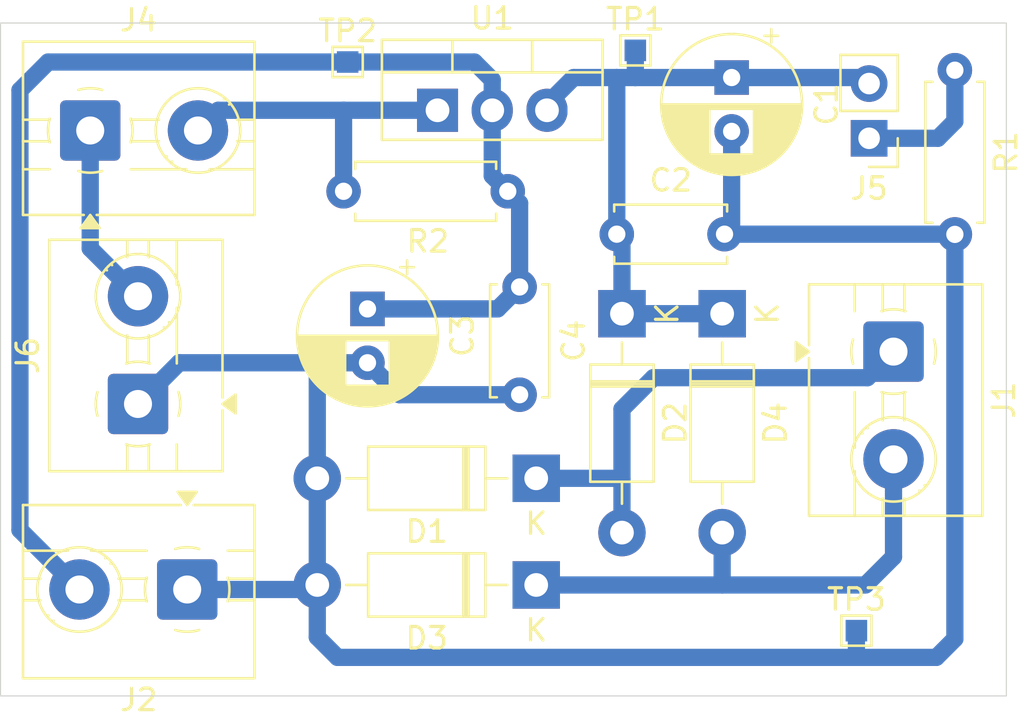
<source format=kicad_pcb>
(kicad_pcb (version 20241229) (generator "pcbnew") (generator_version "9.0")
  (layers (0 "F.Cu" signal) (2 "B.Cu" signal) (13 "F.Paste" user) (15 "B.Paste" user) (5 "F.SilkS" user "F.Silkscreen") (7 "B.SilkS" user "B.Silkscreen") (1 "F.Mask" user) (3 "B.Mask" user) (25 "Edge.Cuts" user))
  (net 0 "")
  (net 1 "VIN")
  (net 2 "GND")
  (net 3 "VOUT")
  (net 4 "Net-(D1-K)")
  (net 5 "Net-(D3-K)")
  (net 6 "ADJ")
  (net 7 "Net-(J5-Pin_1)")
  (net 8 "Net-(J4-Pin_1)")
  (footprint "TerminalBlock:TerminalBlock_MaiXu_MX126-5.0-02P_1x02_P5.00mm" (layer "F.Cu") (at 41.34 41.89 90)
    (property "Reference" "J6" (at 2.25 -5.12 90) (layer "F.SilkS"))
    (property "Value" "Bornera_POT")
    (pad "1" thru_hole roundrect (at 0 0 90) (size 2.8 2.8) (drill 1.3) (layers "*.Cu" "*.Mask") (roundrect_rratio 0.089286) (net 2 "GND"))
    (pad "2" thru_hole circle (at 5 0 90) (size 2.8 2.8) (drill 1.3) (layers "*.Cu" "*.Mask") (net 8 "Net-(J4-Pin_1)"))
  )
  (footprint "Diode_THT:D_DO-41_SOD81_P10.16mm_Horizontal" (layer "F.Cu") (at 59.82 45.34 180)
    (property "Reference" "D1" (at 5.08 -2.47 0) (layer "F.SilkS"))
    (property "Value" "1N4007")
    (fp_text user "K" (at 0 -2.1 0) (layer "F.SilkS"))
    (pad "1" thru_hole rect (at 0 0 180) (size 2.2 2.2) (drill 1.1) (layers "*.Cu" "*.Mask") (net 4 "Net-(D1-K)"))
    (pad "2" thru_hole oval (at 10.16 0 180) (size 2.2 2.2) (drill 1.1) (layers "*.Cu" "*.Mask") (net 2 "GND"))
  )
  (footprint "TestPoint:TestPoint_Pad_1.0x1.0mm" (layer "F.Cu") (at 74.68 52.41)
    (property "Reference" "TP3" (at 0 -1.448 0) (layer "F.SilkS"))
    (property "Value" "TP_GND")
    (pad "1" smd rect (at 0 0) (size 1 1) (layers "F.Mask" "B.Cu") (net 2 "GND"))
  )
  (footprint "TerminalBlock:TerminalBlock_MaiXu_MX126-5.0-02P_1x02_P5.00mm" (layer "F.Cu") (at 39.1225 29.1975)
    (property "Reference" "J4" (at 2.25 -5.12 0) (layer "F.SilkS"))
    (property "Value" "Bornera_POT")
    (pad "1" thru_hole roundrect (at 0 0) (size 2.8 2.8) (drill 1.3) (layers "*.Cu" "*.Mask") (roundrect_rratio 0.089286) (net 8 "Net-(J4-Pin_1)"))
    (pad "2" thru_hole circle (at 5 0) (size 2.8 2.8) (drill 1.3) (layers "*.Cu" "*.Mask") (net 6 "ADJ"))
  )
  (footprint "Resistor_THT:R_Axial_DIN0207_L6.3mm_D2.5mm_P7.62mm_Horizontal" (layer "F.Cu") (at 79.25 26.4 -90)
    (property "Reference" "R1" (at 3.81 -2.37 90) (layer "F.SilkS"))
    (property "Value" "1KR")
    (pad "1" thru_hole circle (at 0 0 270) (size 1.6 1.6) (drill 0.8) (layers "*.Cu" "*.Mask") (net 7 "Net-(J5-Pin_1)"))
    (pad "2" thru_hole oval (at 7.62 0 270) (size 1.6 1.6) (drill 0.8) (layers "*.Cu" "*.Mask") (net 2 "GND"))
  )
  (footprint "Capacitor_THT:CP_Radial_D6.3mm_P2.50mm" (layer "F.Cu") (at 68.89 26.74 -90)
    (property "Reference" "C1" (at 1.25 -4.4 90) (layer "F.SilkS"))
    (property "Value" "100uF")
    (pad "1" thru_hole rect (at 0 0 270) (size 1.6 1.6) (drill 0.8) (layers "*.Cu" "*.Mask") (net 1 "VIN"))
    (pad "2" thru_hole circle (at 2.5 0 270) (size 1.6 1.6) (drill 0.8) (layers "*.Cu" "*.Mask") (net 2 "GND"))
  )
  (footprint "Diode_THT:D_DO-41_SOD81_P10.16mm_Horizontal" (layer "F.Cu") (at 59.82 50.29 180)
    (property "Reference" "D3" (at 5.08 -2.47 0) (layer "F.SilkS"))
    (property "Value" "1N4007")
    (fp_text user "K" (at 0 -2.1 0) (layer "F.SilkS"))
    (pad "1" thru_hole rect (at 0 0 180) (size 2.2 2.2) (drill 1.1) (layers "*.Cu" "*.Mask") (net 5 "Net-(D3-K)"))
    (pad "2" thru_hole oval (at 10.16 0 180) (size 2.2 2.2) (drill 1.1) (layers "*.Cu" "*.Mask") (net 2 "GND"))
  )
  (footprint "TerminalBlock:TerminalBlock_MaiXu_MX126-5.0-02P_1x02_P5.00mm" (layer "F.Cu") (at 76.4025 39.46 -90)
    (property "Reference" "J1" (at 2.25 -5.12 90) (layer "F.SilkS"))
    (property "Value" "Bornera_VIN")
    (pad "1" thru_hole roundrect (at 0 0 270) (size 2.8 2.8) (drill 1.3) (layers "*.Cu" "*.Mask") (roundrect_rratio 0.089286) (net 4 "Net-(D1-K)"))
    (pad "2" thru_hole circle (at 5 0 270) (size 2.8 2.8) (drill 1.3) (layers "*.Cu" "*.Mask") (net 5 "Net-(D3-K)"))
  )
  (footprint "Diode_THT:D_DO-41_SOD81_P10.16mm_Horizontal" (layer "F.Cu") (at 68.45 37.7 -90)
    (property "Reference" "D4" (at 5.08 -2.47 90) (layer "F.SilkS"))
    (property "Value" "1N4007")
    (fp_text user "K" (at 0 -2.1 90) (layer "F.SilkS"))
    (pad "1" thru_hole rect (at 0 0 270) (size 2.2 2.2) (drill 1.1) (layers "*.Cu" "*.Mask") (net 1 "VIN"))
    (pad "2" thru_hole oval (at 10.16 0 270) (size 2.2 2.2) (drill 1.1) (layers "*.Cu" "*.Mask") (net 5 "Net-(D3-K)"))
  )
  (footprint "Capacitor_THT:C_Disc_D5.0mm_W2.5mm_P5.00mm" (layer "F.Cu") (at 59.05 36.46 -90)
    (property "Reference" "C4" (at 2.5 -2.5 90) (layer "F.SilkS"))
    (property "Value" "100nF")
    (pad "1" thru_hole circle (at 0 0 270) (size 1.6 1.6) (drill 0.8) (layers "*.Cu" "*.Mask") (net 3 "VOUT"))
    (pad "2" thru_hole circle (at 5 0 270) (size 1.6 1.6) (drill 0.8) (layers "*.Cu" "*.Mask") (net 2 "GND"))
  )
  (footprint "TestPoint:TestPoint_Pad_1.0x1.0mm" (layer "F.Cu") (at 51.07 26.02)
    (property "Reference" "TP2" (at 0 -1.448 0) (layer "F.SilkS"))
    (property "Value" "TP_VOUT")
    (pad "1" smd rect (at 0 0) (size 1 1) (layers "F.Mask" "B.Cu") (net 3 "VOUT"))
  )
  (footprint "Diode_THT:D_DO-41_SOD81_P10.16mm_Horizontal" (layer "F.Cu") (at 63.8 37.7 -90)
    (property "Reference" "D2" (at 5.08 -2.47 90) (layer "F.SilkS"))
    (property "Value" "1N4007")
    (fp_text user "K" (at 0 -2.1 90) (layer "F.SilkS"))
    (pad "1" thru_hole rect (at 0 0 270) (size 2.2 2.2) (drill 1.1) (layers "*.Cu" "*.Mask") (net 1 "VIN"))
    (pad "2" thru_hole oval (at 10.16 0 270) (size 2.2 2.2) (drill 1.1) (layers "*.Cu" "*.Mask") (net 4 "Net-(D1-K)"))
  )
  (footprint "Capacitor_THT:CP_Radial_D6.3mm_P2.50mm" (layer "F.Cu") (at 51.99 37.477621 -90)
    (property "Reference" "C3" (at 1.25 -4.4 90) (layer "F.SilkS"))
    (property "Value" "100uF")
    (pad "1" thru_hole rect (at 0 0 270) (size 1.6 1.6) (drill 0.8) (layers "*.Cu" "*.Mask") (net 3 "VOUT"))
    (pad "2" thru_hole circle (at 2.5 0 270) (size 1.6 1.6) (drill 0.8) (layers "*.Cu" "*.Mask") (net 2 "GND"))
  )
  (footprint "Capacitor_THT:C_Disc_D5.0mm_W2.5mm_P5.00mm" (layer "F.Cu") (at 63.56 34.01)
    (property "Reference" "C2" (at 2.5 -2.5 0) (layer "F.SilkS"))
    (property "Value" "100nF")
    (pad "1" thru_hole circle (at 0 0) (size 1.6 1.6) (drill 0.8) (layers "*.Cu" "*.Mask") (net 1 "VIN"))
    (pad "2" thru_hole circle (at 5 0) (size 1.6 1.6) (drill 0.8) (layers "*.Cu" "*.Mask") (net 2 "GND"))
  )
  (footprint "Connector_PinHeader_2.54mm:PinHeader_1x02_P2.54mm_Vertical" (layer "F.Cu") (at 75.27 29.56 180)
    (property "Reference" "J5" (at 0 -2.33 0) (layer "F.SilkS"))
    (property "Value" "LED")
    (pad "1" thru_hole rect (at 0 0 180) (size 1.7 1.7) (drill 1) (layers "*.Cu" "*.Mask") (net 7 "Net-(J5-Pin_1)"))
    (pad "2" thru_hole oval (at 0 2.54 180) (size 1.7 1.7) (drill 1) (layers "*.Cu" "*.Mask") (net 1 "VIN"))
  )
  (footprint "TerminalBlock:TerminalBlock_MaiXu_MX126-5.0-02P_1x02_P5.00mm" (layer "F.Cu") (at 43.6225 50.5 180)
    (property "Reference" "J2" (at 2.25 -5.12 0) (layer "F.SilkS"))
    (property "Value" "Bornera_VOUT")
    (pad "1" thru_hole roundrect (at 0 0 180) (size 2.8 2.8) (drill 1.3) (layers "*.Cu" "*.Mask") (roundrect_rratio 0.089286) (net 2 "GND"))
    (pad "2" thru_hole circle (at 5 0 180) (size 2.8 2.8) (drill 1.3) (layers "*.Cu" "*.Mask") (net 3 "VOUT"))
  )
  (footprint "TestPoint:TestPoint_Pad_1.0x1.0mm" (layer "F.Cu") (at 64.42 25.48)
    (property "Reference" "TP1" (at 0 -1.448 0) (layer "F.SilkS"))
    (property "Value" "TP_VIN")
    (pad "1" smd rect (at 0 0) (size 1 1) (layers "F.Mask" "B.Cu") (net 1 "VIN"))
  )
  (footprint "Resistor_THT:R_Axial_DIN0207_L6.3mm_D2.5mm_P7.62mm_Horizontal" (layer "F.Cu") (at 58.5 32.02 180)
    (property "Reference" "R2" (at 3.71 -2.32 0) (layer "F.SilkS"))
    (property "Value" "470R")
    (pad "1" thru_hole circle (at 0 0 180) (size 1.6 1.6) (drill 0.8) (layers "*.Cu" "*.Mask") (net 3 "VOUT"))
    (pad "2" thru_hole oval (at 7.62 0 180) (size 1.6 1.6) (drill 0.8) (layers "*.Cu" "*.Mask") (net 6 "ADJ"))
  )
  (footprint "Package_TO_SOT_THT:TO-220-3_Vertical" (layer "F.Cu") (at 55.24 28.26)
    (property "Reference" "U1" (at 2.54 -4.27 0) (layer "F.SilkS"))
    (property "Value" "LM317_TO-220")
    (pad "1" thru_hole rect (at 0 0) (size 1.905 2) (drill 1.1) (layers "*.Cu" "*.Mask") (net 6 "ADJ"))
    (pad "2" thru_hole oval (at 2.54 0) (size 1.905 2) (drill 1.1) (layers "*.Cu" "*.Mask") (net 3 "VOUT"))
    (pad "3" thru_hole oval (at 5.08 0) (size 1.905 2) (drill 1.1) (layers "*.Cu" "*.Mask") (net 1 "VIN"))
  )
  (gr_rect (start 34.96 24.21) (end 81.64 55.44) (stroke (width 0.05)) (fill no) (layer "Edge.Cuts"))
  (segment (start 63.8 34.25) (end 63.56 34.01) (width 0.8) (layer "B.Cu") (net 1))
  (segment (start 60.32 28.26) (end 60.32 27.98) (width 0.8) (layer "B.Cu") (net 1))
  (segment (start 61.56 26.74) (end 63.55 26.74) (width 0.8) (layer "B.Cu") (net 1))
  (segment (start 60.32 27.98) (end 61.56 26.74) (width 0.8) (layer "B.Cu") (net 1))
  (segment (start 64.42 25.48) (end 64.42 26.74) (width 0.8) (layer "B.Cu") (net 1))
  (segment (start 68.89 26.74) (end 74.99 26.74) (width 0.8) (layer "B.Cu") (net 1))
  (segment (start 64.42 26.74) (end 68.89 26.74) (width 0.8) (layer "B.Cu") (net 1))
  (segment (start 63.55 26.74) (end 64.42 26.74) (width 0.8) (layer "B.Cu") (net 1))
  (segment (start 63.56 34.01) (end 63.56 26.75) (width 0.8) (layer "B.Cu") (net 1))
  (segment (start 68.45 37.7) (end 63.8 37.7) (width 0.8) (layer "B.Cu") (net 1))
  (segment (start 63.8 37.7) (end 63.8 34.25) (width 0.8) (layer "B.Cu") (net 1))
  (segment (start 74.99 26.74) (end 75.27 27.02) (width 0.8) (layer "B.Cu") (net 1))
  (segment (start 63.56 26.75) (end 63.55 26.74) (width 0.8) (layer "B.Cu") (net 1))
  (segment (start 49.66 45.34) (end 49.66 40.017621) (width 0.8) (layer "B.Cu") (net 2))
  (segment (start 74.68 53.54) (end 74.79 53.65) (width 0.8) (layer "B.Cu") (net 2))
  (segment (start 43.252379 39.977621) (end 41.34 41.89) (width 0.8) (layer "B.Cu") (net 2))
  (segment (start 78.39 53.65) (end 79.25 52.79) (width 0.8) (layer "B.Cu") (net 2))
  (segment (start 79.25 52.79) (end 79.25 34.02) (width 0.8) (layer "B.Cu") (net 2))
  (segment (start 43.6225 50.5) (end 49.45 50.5) (width 0.8) (layer "B.Cu") (net 2))
  (segment (start 49.66 40.017621) (end 49.7 39.977621) (width 0.8) (layer "B.Cu") (net 2))
  (segment (start 68.89 33.68) (end 68.56 34.01) (width 0.8) (layer "B.Cu") (net 2))
  (segment (start 51.99 39.977621) (end 49.7 39.977621) (width 0.8) (layer "B.Cu") (net 2))
  (segment (start 49.45 50.5) (end 49.66 50.29) (width 0.8) (layer "B.Cu") (net 2))
  (segment (start 68.56 34.01) (end 79.24 34.01) (width 0.8) (layer "B.Cu") (net 2))
  (segment (start 49.66 45.34) (end 49.66 50.29) (width 0.8) (layer "B.Cu") (net 2))
  (segment (start 49.66 50.29) (end 49.66 52.71) (width 0.8) (layer "B.Cu") (net 2))
  (segment (start 68.89 29.24) (end 68.89 33.68) (width 0.8) (layer "B.Cu") (net 2))
  (segment (start 50.6 53.65) (end 74.79 53.65) (width 0.8) (layer "B.Cu") (net 2))
  (segment (start 79.24 34.01) (end 79.25 34.02) (width 0.8) (layer "B.Cu") (net 2))
  (segment (start 59.05 41.46) (end 53.472379 41.46) (width 0.8) (layer "B.Cu") (net 2))
  (segment (start 49.7 39.977621) (end 43.252379 39.977621) (width 0.8) (layer "B.Cu") (net 2))
  (segment (start 53.472379 41.46) (end 51.99 39.977621) (width 0.8) (layer "B.Cu") (net 2))
  (segment (start 74.68 52.41) (end 74.68 53.54) (width 0.8) (layer "B.Cu") (net 2))
  (segment (start 49.66 52.71) (end 50.6 53.65) (width 0.8) (layer "B.Cu") (net 2))
  (segment (start 74.79 53.65) (end 78.39 53.65) (width 0.8) (layer "B.Cu") (net 2))
  (segment (start 59.05 36.46) (end 59.05 32.57) (width 0.8) (layer "B.Cu") (net 3))
  (segment (start 59.05 32.57) (end 58.5 32.02) (width 0.8) (layer "B.Cu") (net 3))
  (segment (start 57.78 26.85) (end 57.78 28.26) (width 0.8) (layer "B.Cu") (net 3))
  (segment (start 35.861 27.329) (end 37.17 26.02) (width 0.8) (layer "B.Cu") (net 3))
  (segment (start 37.17 26.02) (end 51.07 26.02) (width 0.8) (layer "B.Cu") (net 3))
  (segment (start 51.07 26.02) (end 56.95 26.02) (width 0.8) (layer "B.Cu") (net 3))
  (segment (start 35.861 47.7385) (end 35.861 27.329) (width 0.8) (layer "B.Cu") (net 3))
  (segment (start 57.78 28.26) (end 57.78 31.3) (width 0.8) (layer "B.Cu") (net 3))
  (segment (start 56.95 26.02) (end 57.78 26.85) (width 0.8) (layer "B.Cu") (net 3))
  (segment (start 58.032379 37.477621) (end 59.05 36.46) (width 0.8) (layer "B.Cu") (net 3))
  (segment (start 51.99 37.477621) (end 58.032379 37.477621) (width 0.8) (layer "B.Cu") (net 3))
  (segment (start 38.6225 50.5) (end 35.861 47.7385) (width 0.8) (layer "B.Cu") (net 3))
  (segment (start 57.78 31.3) (end 58.5 32.02) (width 0.8) (layer "B.Cu") (net 3))
  (segment (start 63.8 47.86) (end 63.8 45.35) (width 0.8) (layer "B.Cu") (net 4))
  (segment (start 63.8 42.13) (end 65.26 40.67) (width 0.8) (layer "B.Cu") (net 4))
  (segment (start 59.82 45.34) (end 63.79 45.34) (width 0.8) (layer "B.Cu") (net 4))
  (segment (start 63.8 45.35) (end 63.8 42.13) (width 0.8) (layer "B.Cu") (net 4))
  (segment (start 75.1925 40.67) (end 76.4025 39.46) (width 0.8) (layer "B.Cu") (net 4))
  (segment (start 65.26 40.67) (end 75.1925 40.67) (width 0.8) (layer "B.Cu") (net 4))
  (segment (start 63.79 45.34) (end 63.8 45.35) (width 0.8) (layer "B.Cu") (net 4))
  (segment (start 68.45 50.28) (end 68.46 50.29) (width 0.8) (layer "B.Cu") (net 5))
  (segment (start 68.46 50.29) (end 75.1 50.29) (width 0.8) (layer "B.Cu") (net 5))
  (segment (start 59.82 50.29) (end 68.46 50.29) (width 0.8) (layer "B.Cu") (net 5))
  (segment (start 68.45 47.86) (end 68.45 50.28) (width 0.8) (layer "B.Cu") (net 5))
  (segment (start 76.4025 48.9875) (end 76.4025 44.46) (width 0.8) (layer "B.Cu") (net 5))
  (segment (start 75.1 50.29) (end 76.4025 48.9875) (width 0.8) (layer "B.Cu") (net 5))
  (segment (start 50.88 28.26) (end 45.06 28.26) (width 0.8) (layer "B.Cu") (net 6))
  (segment (start 55.24 28.26) (end 50.88 28.26) (width 0.8) (layer "B.Cu") (net 6))
  (segment (start 45.06 28.26) (end 44.1225 29.1975) (width 0.8) (layer "B.Cu") (net 6))
  (segment (start 50.88 32.02) (end 50.88 28.26) (width 0.8) (layer "B.Cu") (net 6))
  (segment (start 79.25 28.77) (end 79.25 26.4) (width 0.8) (layer "B.Cu") (net 7))
  (segment (start 78.46 29.56) (end 79.25 28.77) (width 0.8) (layer "B.Cu") (net 7))
  (segment (start 75.27 29.56) (end 78.46 29.56) (width 0.8) (layer "B.Cu") (net 7))
  (segment (start 39.1225 34.6725) (end 41.34 36.89) (width 0.8) (layer "B.Cu") (net 8))
  (segment (start 39.1225 29.1975) (end 39.1225 34.6725) (width 0.8) (layer "B.Cu") (net 8))
)
</source>
